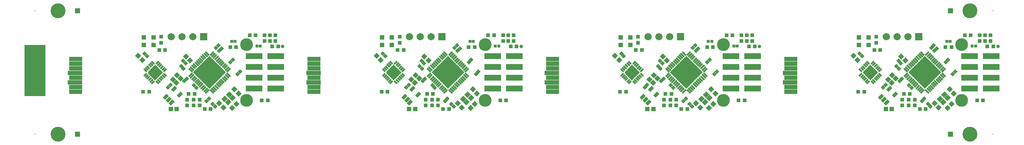
<source format=gbs>
G04 Layer_Color=16711935*
%FSLAX43Y43*%
%MOMM*%
G71*
G01*
G75*
%ADD12C,0.203*%
%ADD46R,0.282X0.282*%
G04:AMPARAMS|DCode=48|XSize=2.45mm|YSize=2.25mm|CornerRadius=0mm|HoleSize=0mm|Usage=FLASHONLY|Rotation=225.000|XOffset=0mm|YOffset=0mm|HoleType=Round|Shape=Rectangle|*
%AMROTATEDRECTD48*
4,1,4,0.071,1.662,1.662,0.071,-0.071,-1.662,-1.662,-0.071,0.071,1.662,0.0*
%
%ADD48ROTATEDRECTD48*%

G04:AMPARAMS|DCode=49|XSize=2.45mm|YSize=2.25mm|CornerRadius=0mm|HoleSize=0mm|Usage=FLASHONLY|Rotation=315.000|XOffset=0mm|YOffset=0mm|HoleType=Round|Shape=Rectangle|*
%AMROTATEDRECTD49*
4,1,4,-1.662,0.071,-0.071,1.662,1.662,-0.071,0.071,-1.662,-1.662,0.071,0.0*
%
%ADD49ROTATEDRECTD49*%

%ADD67R,1.203X1.203*%
%ADD73R,0.965X0.965*%
%ADD74C,3.500*%
%ADD75R,1.703X1.703*%
%ADD76C,1.703*%
%ADD77C,3.003*%
%ADD78C,0.838*%
%ADD79R,5.000X12.000*%
%ADD80R,1.003X1.103*%
G04:AMPARAMS|DCode=81|XSize=1.103mm|YSize=1.053mm|CornerRadius=0mm|HoleSize=0mm|Usage=FLASHONLY|Rotation=45.000|XOffset=0mm|YOffset=0mm|HoleType=Round|Shape=Rectangle|*
%AMROTATEDRECTD81*
4,1,4,-0.018,-0.762,-0.762,-0.018,0.018,0.762,0.762,0.018,-0.018,-0.762,0.0*
%
%ADD81ROTATEDRECTD81*%

%ADD82P,1.365X4X180.0*%
%ADD83P,1.023X4X180.0*%
%ADD84P,7.783X4X90.0*%
G04:AMPARAMS|DCode=85|XSize=0.449mm|YSize=1.249mm|CornerRadius=0mm|HoleSize=0mm|Usage=FLASHONLY|Rotation=45.000|XOffset=0mm|YOffset=0mm|HoleType=Round|Shape=Round|*
%AMOVALD85*
21,1,0.800,0.449,0.000,0.000,135.0*
1,1,0.449,0.283,-0.283*
1,1,0.449,-0.283,0.283*
%
%ADD85OVALD85*%

G04:AMPARAMS|DCode=86|XSize=0.449mm|YSize=1.249mm|CornerRadius=0mm|HoleSize=0mm|Usage=FLASHONLY|Rotation=315.000|XOffset=0mm|YOffset=0mm|HoleType=Round|Shape=Round|*
%AMOVALD86*
21,1,0.800,0.449,0.000,0.000,45.0*
1,1,0.449,-0.283,-0.283*
1,1,0.449,0.283,0.283*
%
%ADD86OVALD86*%

%ADD87R,0.723X0.723*%
%ADD88P,1.365X4X90.0*%
%ADD89P,1.023X4X90.0*%
%ADD90R,0.965X0.965*%
G04:AMPARAMS|DCode=91|XSize=1.253mm|YSize=0.803mm|CornerRadius=0mm|HoleSize=0mm|Usage=FLASHONLY|Rotation=45.000|XOffset=0mm|YOffset=0mm|HoleType=Round|Shape=Rectangle|*
%AMROTATEDRECTD91*
4,1,4,-0.159,-0.727,-0.727,-0.159,0.159,0.727,0.727,0.159,-0.159,-0.727,0.0*
%
%ADD91ROTATEDRECTD91*%

%ADD92R,3.103X1.003*%
%ADD93R,3.403X1.003*%
%ADD94R,3.886X1.473*%
%ADD95C,0.440*%
G04:AMPARAMS|DCode=96|XSize=0.44mm|YSize=0.86mm|CornerRadius=0mm|HoleSize=0mm|Usage=FLASHONLY|Rotation=315.000|XOffset=0mm|YOffset=0mm|HoleType=Round|Shape=Rectangle|*
%AMROTATEDRECTD96*
4,1,4,-0.460,-0.148,0.148,0.460,0.460,0.148,-0.148,-0.460,-0.460,-0.148,0.0*
%
%ADD96ROTATEDRECTD96*%

G04:AMPARAMS|DCode=97|XSize=0.44mm|YSize=0.86mm|CornerRadius=0mm|HoleSize=0mm|Usage=FLASHONLY|Rotation=225.000|XOffset=0mm|YOffset=0mm|HoleType=Round|Shape=Rectangle|*
%AMROTATEDRECTD97*
4,1,4,-0.148,0.460,0.460,-0.148,0.148,-0.460,-0.460,0.148,-0.148,0.460,0.0*
%
%ADD97ROTATEDRECTD97*%

G36*
X201056Y19025D02*
X199218Y17187D01*
X197556Y18848D01*
Y19202D01*
X199218Y20864D01*
X201056Y19025D01*
D02*
G37*
G36*
X145056D02*
X143218Y17187D01*
X141556Y18848D01*
Y19202D01*
X143218Y20864D01*
X145056Y19025D01*
D02*
G37*
G36*
X89056D02*
X87218Y17187D01*
X85556Y18848D01*
Y19202D01*
X87218Y20864D01*
X89056Y19025D01*
D02*
G37*
G36*
X33056D02*
X31218Y17187D01*
X29556Y18848D01*
Y19202D01*
X31218Y20864D01*
X33056Y19025D01*
D02*
G37*
D12*
X3000Y33525D02*
D03*
X228000Y33525D02*
D03*
Y4525D02*
D03*
X3000D02*
D03*
D46*
X29767Y19025D02*
D03*
X85767D02*
D03*
X141767D02*
D03*
X197767D02*
D03*
D48*
X31289Y18954D02*
D03*
X87289D02*
D03*
X143289D02*
D03*
X199289D02*
D03*
D49*
X31289Y19096D02*
D03*
X87289D02*
D03*
X143289D02*
D03*
X199289D02*
D03*
D67*
X13000Y33525D02*
D03*
Y4525D02*
D03*
X218000Y33525D02*
D03*
Y4525D02*
D03*
D73*
X56264Y12429D02*
D03*
X57661D02*
D03*
X50270Y24951D02*
D03*
X48873D02*
D03*
X42828Y10405D02*
D03*
X44225Y10405D02*
D03*
X41648Y11275D02*
D03*
X40252Y11275D02*
D03*
Y12600D02*
D03*
X41648Y12600D02*
D03*
X39094Y13986D02*
D03*
X40491D02*
D03*
X28400Y14494D02*
D03*
X29797D02*
D03*
X32160Y24291D02*
D03*
X33556D02*
D03*
X58703Y25129D02*
D03*
X60100D02*
D03*
X53419Y27796D02*
D03*
X54816D02*
D03*
X112264Y12429D02*
D03*
X113661D02*
D03*
X106270Y24951D02*
D03*
X104873D02*
D03*
X98828Y10405D02*
D03*
X100225Y10405D02*
D03*
X97648Y11275D02*
D03*
X96252Y11275D02*
D03*
Y12600D02*
D03*
X97648Y12600D02*
D03*
X95094Y13986D02*
D03*
X96491D02*
D03*
X84400Y14494D02*
D03*
X85797D02*
D03*
X88160Y24291D02*
D03*
X89557D02*
D03*
X114703Y25129D02*
D03*
X116100D02*
D03*
X109419Y27796D02*
D03*
X110816D02*
D03*
X168264Y12429D02*
D03*
X169661D02*
D03*
X162270Y24951D02*
D03*
X160873D02*
D03*
X154828Y10405D02*
D03*
X156225Y10405D02*
D03*
X153648Y11275D02*
D03*
X152252Y11275D02*
D03*
Y12600D02*
D03*
X153648Y12600D02*
D03*
X151094Y13986D02*
D03*
X152491D02*
D03*
X140400Y14494D02*
D03*
X141797D02*
D03*
X144160Y24291D02*
D03*
X145557D02*
D03*
X170703Y25129D02*
D03*
X172100D02*
D03*
X165419Y27796D02*
D03*
X166816D02*
D03*
X224264Y12429D02*
D03*
X225661D02*
D03*
X218270Y24951D02*
D03*
X216873D02*
D03*
X210828Y10405D02*
D03*
X212225Y10405D02*
D03*
X209648Y11275D02*
D03*
X208252Y11275D02*
D03*
Y12600D02*
D03*
X209648Y12600D02*
D03*
X207094Y13986D02*
D03*
X208491D02*
D03*
X196400Y14494D02*
D03*
X197797D02*
D03*
X200160Y24291D02*
D03*
X201557D02*
D03*
X226703Y25129D02*
D03*
X228100D02*
D03*
X221419Y27796D02*
D03*
X222816D02*
D03*
D74*
X8425Y33525D02*
D03*
X222575Y33525D02*
D03*
Y4525D02*
D03*
X8425D02*
D03*
D75*
X42586Y27440D02*
D03*
X98586D02*
D03*
X154586D02*
D03*
X210586D02*
D03*
D76*
X40046D02*
D03*
X37506D02*
D03*
X34966D02*
D03*
X96046D02*
D03*
X93506D02*
D03*
X90966D02*
D03*
X152046D02*
D03*
X149506D02*
D03*
X146966D02*
D03*
X208046D02*
D03*
X205506D02*
D03*
X202966D02*
D03*
D77*
X52695Y12450D02*
D03*
X52695Y25600D02*
D03*
X108695Y12450D02*
D03*
X108695Y25600D02*
D03*
X164695Y12450D02*
D03*
X164695Y25600D02*
D03*
X220695Y12450D02*
D03*
X220695Y25600D02*
D03*
D78*
X61175Y25125D02*
D03*
X117175D02*
D03*
X173175D02*
D03*
X229175D02*
D03*
D79*
X3000Y19525D02*
D03*
D80*
X30841Y25525D02*
D03*
X28541Y25525D02*
D03*
X30841Y27275D02*
D03*
X28541Y27275D02*
D03*
X34875Y10400D02*
D03*
X36275D02*
D03*
X86841Y25525D02*
D03*
X84541Y25525D02*
D03*
X86841Y27275D02*
D03*
X84541Y27275D02*
D03*
X90875Y10400D02*
D03*
X92275D02*
D03*
X142841Y25525D02*
D03*
X140541Y25525D02*
D03*
X142841Y27275D02*
D03*
X140541Y27275D02*
D03*
X146875Y10400D02*
D03*
X148275D02*
D03*
X198841Y25525D02*
D03*
X196541Y25525D02*
D03*
X198841Y27275D02*
D03*
X196541Y27275D02*
D03*
X202875Y10400D02*
D03*
X204275D02*
D03*
D81*
X47556Y12801D02*
D03*
X48599Y13844D02*
D03*
X49394Y13049D02*
D03*
X48351Y12006D02*
D03*
X103556Y12801D02*
D03*
X104599Y13844D02*
D03*
X105394Y13049D02*
D03*
X104351Y12006D02*
D03*
X159556Y12801D02*
D03*
X160599Y13844D02*
D03*
X161394Y13049D02*
D03*
X160351Y12006D02*
D03*
X215556Y12801D02*
D03*
X216599Y13844D02*
D03*
X217394Y13049D02*
D03*
X216351Y12006D02*
D03*
D82*
X50819Y14106D02*
D03*
X49831Y15094D02*
D03*
X46281Y11794D02*
D03*
X47269Y10806D02*
D03*
X27223Y22938D02*
D03*
X28211Y21950D02*
D03*
X38435Y22811D02*
D03*
X39423Y21823D02*
D03*
X106819Y14106D02*
D03*
X105831Y15094D02*
D03*
X102281Y11794D02*
D03*
X103269Y10806D02*
D03*
X83223Y22938D02*
D03*
X84211Y21950D02*
D03*
X94435Y22811D02*
D03*
X95423Y21823D02*
D03*
X162819Y14106D02*
D03*
X161831Y15094D02*
D03*
X158281Y11794D02*
D03*
X159269Y10806D02*
D03*
X139223Y22938D02*
D03*
X140211Y21950D02*
D03*
X150435Y22811D02*
D03*
X151423Y21823D02*
D03*
X218819Y14106D02*
D03*
X217831Y15094D02*
D03*
X214281Y11794D02*
D03*
X215269Y10806D02*
D03*
X195223Y22938D02*
D03*
X196211Y21950D02*
D03*
X206435Y22811D02*
D03*
X207423Y21823D02*
D03*
D83*
X50587Y18682D02*
D03*
X51152Y19248D02*
D03*
X48907Y21442D02*
D03*
X49473Y22008D02*
D03*
X46240Y24109D02*
D03*
X46806Y24675D02*
D03*
X45529Y24821D02*
D03*
X46095Y25386D02*
D03*
X43883Y12858D02*
D03*
X43317Y12292D02*
D03*
X38627Y17571D02*
D03*
X38062Y17005D02*
D03*
X34778Y16109D02*
D03*
X34212Y15544D02*
D03*
X106587Y18682D02*
D03*
X107152Y19248D02*
D03*
X104907Y21442D02*
D03*
X105473Y22008D02*
D03*
X102240Y24109D02*
D03*
X102806Y24675D02*
D03*
X101529Y24821D02*
D03*
X102095Y25386D02*
D03*
X99883Y12858D02*
D03*
X99317Y12292D02*
D03*
X94627Y17571D02*
D03*
X94062Y17005D02*
D03*
X90778Y16109D02*
D03*
X90212Y15544D02*
D03*
X162587Y18682D02*
D03*
X163152Y19248D02*
D03*
X160907Y21442D02*
D03*
X161473Y22008D02*
D03*
X158240Y24109D02*
D03*
X158806Y24675D02*
D03*
X157529Y24821D02*
D03*
X158095Y25386D02*
D03*
X155883Y12858D02*
D03*
X155317Y12292D02*
D03*
X150627Y17571D02*
D03*
X150062Y17005D02*
D03*
X146778Y16109D02*
D03*
X146212Y15544D02*
D03*
X218587Y18682D02*
D03*
X219152Y19248D02*
D03*
X216907Y21442D02*
D03*
X217473Y22008D02*
D03*
X214240Y24109D02*
D03*
X214806Y24675D02*
D03*
X213529Y24821D02*
D03*
X214095Y25386D02*
D03*
X211883Y12858D02*
D03*
X211317Y12292D02*
D03*
X206627Y17571D02*
D03*
X206062Y17005D02*
D03*
X202778Y16109D02*
D03*
X202212Y15544D02*
D03*
D84*
X44000Y19025D02*
D03*
X100000D02*
D03*
X156000D02*
D03*
X212000D02*
D03*
D85*
X44566Y14570D02*
D03*
X44919Y14924D02*
D03*
X45273Y15278D02*
D03*
X45626Y15631D02*
D03*
X45980Y15985D02*
D03*
X46333Y16338D02*
D03*
X46687Y16692D02*
D03*
X47041Y17045D02*
D03*
X47394Y17399D02*
D03*
X47748Y17752D02*
D03*
X48101Y18106D02*
D03*
X48455Y18460D02*
D03*
X43434Y23480D02*
D03*
X43081Y23126D02*
D03*
X42727Y22773D02*
D03*
X42374Y22419D02*
D03*
X42020Y22066D02*
D03*
X41667Y21712D02*
D03*
X41313Y21359D02*
D03*
X40959Y21005D02*
D03*
X40606Y20652D02*
D03*
X40252Y20298D02*
D03*
X39899Y19944D02*
D03*
X39545Y19591D02*
D03*
X100566Y14570D02*
D03*
X100919Y14924D02*
D03*
X101273Y15278D02*
D03*
X101626Y15631D02*
D03*
X101980Y15985D02*
D03*
X102333Y16338D02*
D03*
X102687Y16692D02*
D03*
X103041Y17045D02*
D03*
X103394Y17399D02*
D03*
X103748Y17752D02*
D03*
X104101Y18106D02*
D03*
X104455Y18460D02*
D03*
X99434Y23480D02*
D03*
X99081Y23126D02*
D03*
X98727Y22773D02*
D03*
X98374Y22419D02*
D03*
X98020Y22066D02*
D03*
X97667Y21712D02*
D03*
X97313Y21359D02*
D03*
X96959Y21005D02*
D03*
X96606Y20652D02*
D03*
X96252Y20298D02*
D03*
X95899Y19944D02*
D03*
X95545Y19591D02*
D03*
X156566Y14570D02*
D03*
X156919Y14924D02*
D03*
X157273Y15278D02*
D03*
X157626Y15631D02*
D03*
X157980Y15985D02*
D03*
X158333Y16338D02*
D03*
X158687Y16692D02*
D03*
X159041Y17045D02*
D03*
X159394Y17399D02*
D03*
X159748Y17752D02*
D03*
X160101Y18106D02*
D03*
X160455Y18460D02*
D03*
X155434Y23480D02*
D03*
X155081Y23126D02*
D03*
X154727Y22773D02*
D03*
X154374Y22419D02*
D03*
X154020Y22066D02*
D03*
X153667Y21712D02*
D03*
X153313Y21359D02*
D03*
X152959Y21005D02*
D03*
X152606Y20652D02*
D03*
X152252Y20298D02*
D03*
X151899Y19944D02*
D03*
X151545Y19591D02*
D03*
X212566Y14570D02*
D03*
X212919Y14924D02*
D03*
X213273Y15278D02*
D03*
X213626Y15631D02*
D03*
X213980Y15985D02*
D03*
X214333Y16338D02*
D03*
X214687Y16692D02*
D03*
X215041Y17045D02*
D03*
X215394Y17399D02*
D03*
X215748Y17752D02*
D03*
X216101Y18106D02*
D03*
X216455Y18460D02*
D03*
X211434Y23480D02*
D03*
X211081Y23126D02*
D03*
X210727Y22773D02*
D03*
X210374Y22419D02*
D03*
X210020Y22066D02*
D03*
X209667Y21712D02*
D03*
X209313Y21359D02*
D03*
X208959Y21005D02*
D03*
X208606Y20652D02*
D03*
X208252Y20298D02*
D03*
X207899Y19944D02*
D03*
X207545Y19591D02*
D03*
D86*
X48455D02*
D03*
X48101Y19944D02*
D03*
X47748Y20298D02*
D03*
X47394Y20652D02*
D03*
X47041Y21005D02*
D03*
X46687Y21359D02*
D03*
X46333Y21712D02*
D03*
X45980Y22066D02*
D03*
X45626Y22419D02*
D03*
X45273Y22773D02*
D03*
X44919Y23126D02*
D03*
X44566Y23480D02*
D03*
X39545Y18460D02*
D03*
X39899Y18106D02*
D03*
X40252Y17752D02*
D03*
X40606Y17399D02*
D03*
X40959Y17045D02*
D03*
X41313Y16692D02*
D03*
X41667Y16338D02*
D03*
X42020Y15985D02*
D03*
X42374Y15631D02*
D03*
X42727Y15278D02*
D03*
X43081Y14924D02*
D03*
X43434Y14570D02*
D03*
X104455Y19591D02*
D03*
X104101Y19944D02*
D03*
X103748Y20298D02*
D03*
X103394Y20652D02*
D03*
X103041Y21005D02*
D03*
X102687Y21359D02*
D03*
X102333Y21712D02*
D03*
X101980Y22066D02*
D03*
X101626Y22419D02*
D03*
X101273Y22773D02*
D03*
X100919Y23126D02*
D03*
X100566Y23480D02*
D03*
X95545Y18460D02*
D03*
X95899Y18106D02*
D03*
X96252Y17752D02*
D03*
X96606Y17399D02*
D03*
X96959Y17045D02*
D03*
X97313Y16692D02*
D03*
X97667Y16338D02*
D03*
X98020Y15985D02*
D03*
X98374Y15631D02*
D03*
X98727Y15278D02*
D03*
X99081Y14924D02*
D03*
X99434Y14570D02*
D03*
X160455Y19591D02*
D03*
X160101Y19944D02*
D03*
X159748Y20298D02*
D03*
X159394Y20652D02*
D03*
X159041Y21005D02*
D03*
X158687Y21359D02*
D03*
X158333Y21712D02*
D03*
X157980Y22066D02*
D03*
X157626Y22419D02*
D03*
X157273Y22773D02*
D03*
X156919Y23126D02*
D03*
X156566Y23480D02*
D03*
X151545Y18460D02*
D03*
X151899Y18106D02*
D03*
X152252Y17752D02*
D03*
X152606Y17399D02*
D03*
X152959Y17045D02*
D03*
X153313Y16692D02*
D03*
X153667Y16338D02*
D03*
X154020Y15985D02*
D03*
X154374Y15631D02*
D03*
X154727Y15278D02*
D03*
X155081Y14924D02*
D03*
X155434Y14570D02*
D03*
X216455Y19591D02*
D03*
X216101Y19944D02*
D03*
X215748Y20298D02*
D03*
X215394Y20652D02*
D03*
X215041Y21005D02*
D03*
X214687Y21359D02*
D03*
X214333Y21712D02*
D03*
X213980Y22066D02*
D03*
X213626Y22419D02*
D03*
X213273Y22773D02*
D03*
X212919Y23126D02*
D03*
X212566Y23480D02*
D03*
X207545Y18460D02*
D03*
X207899Y18106D02*
D03*
X208252Y17752D02*
D03*
X208606Y17399D02*
D03*
X208959Y17045D02*
D03*
X209313Y16692D02*
D03*
X209667Y16338D02*
D03*
X210020Y15985D02*
D03*
X210374Y15631D02*
D03*
X210727Y15278D02*
D03*
X211081Y14924D02*
D03*
X211434Y14570D02*
D03*
D87*
X49971Y26323D02*
D03*
X49171D02*
D03*
X55140Y25230D02*
D03*
X55940D02*
D03*
X105971Y26323D02*
D03*
X105171D02*
D03*
X111140Y25230D02*
D03*
X111940D02*
D03*
X161971Y26323D02*
D03*
X161171D02*
D03*
X167140Y25230D02*
D03*
X167940D02*
D03*
X217971Y26323D02*
D03*
X217171D02*
D03*
X223140Y25230D02*
D03*
X223940D02*
D03*
D88*
X50319Y11644D02*
D03*
X49331Y10656D02*
D03*
X37199Y17590D02*
D03*
X36211Y16602D02*
D03*
X35373Y17390D02*
D03*
X36361Y18378D02*
D03*
X106319Y11644D02*
D03*
X105331Y10656D02*
D03*
X93199Y17590D02*
D03*
X92211Y16602D02*
D03*
X91373Y17390D02*
D03*
X92361Y18378D02*
D03*
X162319Y11644D02*
D03*
X161331Y10656D02*
D03*
X149199Y17590D02*
D03*
X148211Y16602D02*
D03*
X147373Y17390D02*
D03*
X148361Y18378D02*
D03*
X218319Y11644D02*
D03*
X217331Y10656D02*
D03*
X205199Y17590D02*
D03*
X204211Y16602D02*
D03*
X203373Y17390D02*
D03*
X204361Y18378D02*
D03*
D89*
X44767Y11608D02*
D03*
X45333Y11042D02*
D03*
X29283Y22867D02*
D03*
X28717Y23433D02*
D03*
X37908Y19942D02*
D03*
X37342Y20508D02*
D03*
X38373Y21222D02*
D03*
X37808Y21787D02*
D03*
X40900Y15450D02*
D03*
X40334Y16016D02*
D03*
X100767Y11608D02*
D03*
X101333Y11042D02*
D03*
X85283Y22867D02*
D03*
X84717Y23433D02*
D03*
X93908Y19942D02*
D03*
X93342Y20508D02*
D03*
X94373Y21222D02*
D03*
X93808Y21787D02*
D03*
X96900Y15450D02*
D03*
X96334Y16016D02*
D03*
X156767Y11608D02*
D03*
X157333Y11042D02*
D03*
X141283Y22867D02*
D03*
X140717Y23433D02*
D03*
X149908Y19942D02*
D03*
X149342Y20508D02*
D03*
X150373Y21222D02*
D03*
X149808Y21787D02*
D03*
X152900Y15450D02*
D03*
X152334Y16016D02*
D03*
X212767Y11608D02*
D03*
X213333Y11042D02*
D03*
X197283Y22867D02*
D03*
X196717Y23433D02*
D03*
X205908Y19942D02*
D03*
X205342Y20508D02*
D03*
X206373Y21222D02*
D03*
X205808Y21787D02*
D03*
X208900Y15450D02*
D03*
X208334Y16016D02*
D03*
D90*
X38725Y12645D02*
D03*
X38725Y11248D02*
D03*
X32629Y26031D02*
D03*
Y27427D02*
D03*
X59449Y26392D02*
D03*
Y27789D02*
D03*
X56932Y27789D02*
D03*
Y26392D02*
D03*
X58193Y26392D02*
D03*
Y27789D02*
D03*
X94725Y12645D02*
D03*
X94725Y11248D02*
D03*
X88629Y26031D02*
D03*
Y27427D02*
D03*
X115449Y26392D02*
D03*
Y27789D02*
D03*
X112932Y27789D02*
D03*
Y26392D02*
D03*
X114193Y26392D02*
D03*
Y27789D02*
D03*
X150725Y12645D02*
D03*
X150725Y11248D02*
D03*
X144629Y26031D02*
D03*
Y27427D02*
D03*
X171449Y26392D02*
D03*
Y27789D02*
D03*
X168932Y27789D02*
D03*
Y26392D02*
D03*
X170193Y26392D02*
D03*
Y27789D02*
D03*
X206725Y12645D02*
D03*
X206725Y11248D02*
D03*
X200629Y26031D02*
D03*
Y27427D02*
D03*
X227449Y26392D02*
D03*
Y27789D02*
D03*
X224932Y27789D02*
D03*
Y26392D02*
D03*
X226193Y26392D02*
D03*
Y27789D02*
D03*
D91*
X35642Y15197D02*
D03*
X36985Y13854D02*
D03*
X33733Y13288D02*
D03*
X34404Y12616D02*
D03*
X35076Y11944D02*
D03*
X91642Y15197D02*
D03*
X92985Y13854D02*
D03*
X89733Y13288D02*
D03*
X90404Y12616D02*
D03*
X91076Y11944D02*
D03*
X147642Y15197D02*
D03*
X148985Y13854D02*
D03*
X145733Y13288D02*
D03*
X146404Y12616D02*
D03*
X147076Y11944D02*
D03*
X203642Y15197D02*
D03*
X204985Y13854D02*
D03*
X201733Y13288D02*
D03*
X202404Y12616D02*
D03*
X203076Y11944D02*
D03*
D92*
X12550Y14525D02*
D03*
Y15625D02*
D03*
Y17825D02*
D03*
Y20025D02*
D03*
Y21125D02*
D03*
Y22225D02*
D03*
X68550Y14525D02*
D03*
Y15625D02*
D03*
Y17825D02*
D03*
Y20025D02*
D03*
Y21125D02*
D03*
Y22225D02*
D03*
X124550Y14525D02*
D03*
Y15625D02*
D03*
Y17825D02*
D03*
Y20025D02*
D03*
Y21125D02*
D03*
Y22225D02*
D03*
X180550Y14525D02*
D03*
Y15625D02*
D03*
Y17825D02*
D03*
Y20025D02*
D03*
Y21125D02*
D03*
Y22225D02*
D03*
D93*
X12400Y16725D02*
D03*
Y18925D02*
D03*
X68400Y16725D02*
D03*
Y18925D02*
D03*
X124400Y16725D02*
D03*
Y18925D02*
D03*
X180400Y16725D02*
D03*
Y18925D02*
D03*
D94*
X54485Y15215D02*
D03*
X59565D02*
D03*
X54485Y17755D02*
D03*
X59565D02*
D03*
X54485Y20295D02*
D03*
X59565D02*
D03*
X54485Y22835D02*
D03*
X59565D02*
D03*
X110485Y15215D02*
D03*
X115565D02*
D03*
X110485Y17755D02*
D03*
X115565D02*
D03*
X110485Y20295D02*
D03*
X115565D02*
D03*
X110485Y22835D02*
D03*
X115565D02*
D03*
X166485Y15215D02*
D03*
X171565D02*
D03*
X166485Y17755D02*
D03*
X171565D02*
D03*
X166485Y20295D02*
D03*
X171565D02*
D03*
X166485Y22835D02*
D03*
X171565D02*
D03*
X222485Y15215D02*
D03*
X227565D02*
D03*
X222485Y17755D02*
D03*
X227565D02*
D03*
X222485Y20295D02*
D03*
X227565D02*
D03*
X222485Y22835D02*
D03*
X227565D02*
D03*
D95*
X29150Y18725D02*
D03*
X29503Y18371D02*
D03*
X29857Y18018D02*
D03*
X30210Y17664D02*
D03*
X30564Y17310D02*
D03*
X30917Y16957D02*
D03*
X31519D02*
D03*
X31872Y17310D02*
D03*
X32226Y17664D02*
D03*
X32579Y18018D02*
D03*
X32933Y18371D02*
D03*
X33286Y18725D02*
D03*
X29150Y19326D02*
D03*
X29503Y19679D02*
D03*
X29857Y20033D02*
D03*
X30210Y20386D02*
D03*
X30564Y20740D02*
D03*
X30917Y21093D02*
D03*
X33286Y19326D02*
D03*
X32933Y19679D02*
D03*
X32579Y20033D02*
D03*
X32226Y20386D02*
D03*
X31872Y20740D02*
D03*
X31519Y21093D02*
D03*
X85150Y18725D02*
D03*
X85503Y18371D02*
D03*
X85857Y18018D02*
D03*
X86210Y17664D02*
D03*
X86564Y17310D02*
D03*
X86917Y16957D02*
D03*
X87519D02*
D03*
X87872Y17310D02*
D03*
X88226Y17664D02*
D03*
X88579Y18018D02*
D03*
X88933Y18371D02*
D03*
X89286Y18725D02*
D03*
X85150Y19326D02*
D03*
X85503Y19679D02*
D03*
X85857Y20033D02*
D03*
X86210Y20386D02*
D03*
X86564Y20740D02*
D03*
X86917Y21093D02*
D03*
X89286Y19326D02*
D03*
X88933Y19679D02*
D03*
X88579Y20033D02*
D03*
X88226Y20386D02*
D03*
X87872Y20740D02*
D03*
X87519Y21093D02*
D03*
X141150Y18725D02*
D03*
X141503Y18371D02*
D03*
X141857Y18018D02*
D03*
X142210Y17664D02*
D03*
X142564Y17310D02*
D03*
X142917Y16957D02*
D03*
X143519D02*
D03*
X143872Y17310D02*
D03*
X144226Y17664D02*
D03*
X144579Y18018D02*
D03*
X144933Y18371D02*
D03*
X145286Y18725D02*
D03*
X141150Y19326D02*
D03*
X141503Y19679D02*
D03*
X141857Y20033D02*
D03*
X142210Y20386D02*
D03*
X142564Y20740D02*
D03*
X142917Y21093D02*
D03*
X145286Y19326D02*
D03*
X144933Y19679D02*
D03*
X144579Y20033D02*
D03*
X144226Y20386D02*
D03*
X143872Y20740D02*
D03*
X143519Y21093D02*
D03*
X197150Y18725D02*
D03*
X197503Y18371D02*
D03*
X197857Y18018D02*
D03*
X198210Y17664D02*
D03*
X198564Y17310D02*
D03*
X198917Y16957D02*
D03*
X199519D02*
D03*
X199872Y17310D02*
D03*
X200226Y17664D02*
D03*
X200579Y18018D02*
D03*
X200933Y18371D02*
D03*
X201286Y18725D02*
D03*
X197150Y19326D02*
D03*
X197503Y19679D02*
D03*
X197857Y20033D02*
D03*
X198210Y20386D02*
D03*
X198564Y20740D02*
D03*
X198917Y21093D02*
D03*
X201286Y19326D02*
D03*
X200933Y19679D02*
D03*
X200579Y20033D02*
D03*
X200226Y20386D02*
D03*
X199872Y20740D02*
D03*
X199519Y21093D02*
D03*
D96*
X28902Y18477D02*
D03*
X29256Y18124D02*
D03*
X29609Y17770D02*
D03*
X29963Y17417D02*
D03*
X30316Y17063D02*
D03*
X30670Y16709D02*
D03*
X33534Y19573D02*
D03*
X33180Y19927D02*
D03*
X32827Y20280D02*
D03*
X32473Y20634D02*
D03*
X32120Y20987D02*
D03*
X31766Y21341D02*
D03*
X84902Y18477D02*
D03*
X85256Y18124D02*
D03*
X85609Y17770D02*
D03*
X85963Y17417D02*
D03*
X86316Y17063D02*
D03*
X86670Y16709D02*
D03*
X89534Y19573D02*
D03*
X89180Y19927D02*
D03*
X88827Y20280D02*
D03*
X88473Y20634D02*
D03*
X88120Y20987D02*
D03*
X87766Y21341D02*
D03*
X140902Y18477D02*
D03*
X141256Y18124D02*
D03*
X141609Y17770D02*
D03*
X141963Y17417D02*
D03*
X142316Y17063D02*
D03*
X142670Y16709D02*
D03*
X145534Y19573D02*
D03*
X145180Y19927D02*
D03*
X144827Y20280D02*
D03*
X144473Y20634D02*
D03*
X144120Y20987D02*
D03*
X143766Y21341D02*
D03*
X196902Y18477D02*
D03*
X197256Y18124D02*
D03*
X197609Y17770D02*
D03*
X197963Y17417D02*
D03*
X198316Y17063D02*
D03*
X198670Y16709D02*
D03*
X201534Y19573D02*
D03*
X201180Y19927D02*
D03*
X200827Y20280D02*
D03*
X200473Y20634D02*
D03*
X200120Y20987D02*
D03*
X199766Y21341D02*
D03*
D97*
X31766Y16709D02*
D03*
X32120Y17063D02*
D03*
X32473Y17417D02*
D03*
X32827Y17770D02*
D03*
X33180Y18124D02*
D03*
X33534Y18477D02*
D03*
X30670Y21341D02*
D03*
X30316Y20987D02*
D03*
X29963Y20634D02*
D03*
X29609Y20280D02*
D03*
X29256Y19927D02*
D03*
X28902Y19573D02*
D03*
X87766Y16709D02*
D03*
X88120Y17063D02*
D03*
X88473Y17417D02*
D03*
X88827Y17770D02*
D03*
X89180Y18124D02*
D03*
X89534Y18477D02*
D03*
X86670Y21341D02*
D03*
X86316Y20987D02*
D03*
X85963Y20634D02*
D03*
X85609Y20280D02*
D03*
X85256Y19927D02*
D03*
X84902Y19573D02*
D03*
X143766Y16709D02*
D03*
X144120Y17063D02*
D03*
X144473Y17417D02*
D03*
X144827Y17770D02*
D03*
X145180Y18124D02*
D03*
X145534Y18477D02*
D03*
X142670Y21341D02*
D03*
X142316Y20987D02*
D03*
X141963Y20634D02*
D03*
X141609Y20280D02*
D03*
X141256Y19927D02*
D03*
X140902Y19573D02*
D03*
X199766Y16709D02*
D03*
X200120Y17063D02*
D03*
X200473Y17417D02*
D03*
X200827Y17770D02*
D03*
X201180Y18124D02*
D03*
X201534Y18477D02*
D03*
X198670Y21341D02*
D03*
X198316Y20987D02*
D03*
X197963Y20634D02*
D03*
X197609Y20280D02*
D03*
X197256Y19927D02*
D03*
X196902Y19573D02*
D03*
M02*

</source>
